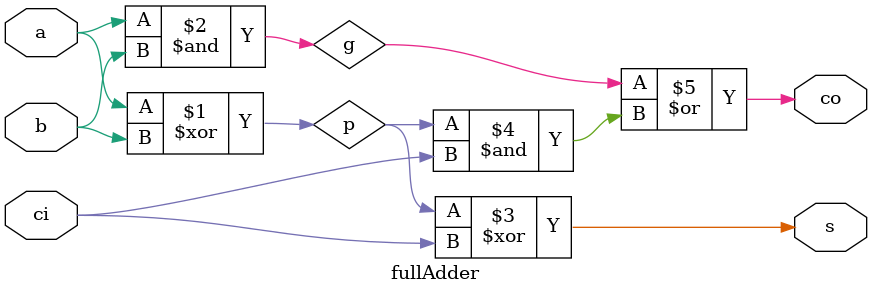
<source format=v>
/*
 * \file fullAdder.v 
 * \author Jorge Castro-Godinez <jorge.castro-godinez@kit.edu>
 * Chair for Embedded Systems (CES)
 * Karlsruhe Institute of Technology (KIT), Germany
 * Prof. Dr. Joerg Henkel
 *
 * \brief Verilog implementation of a full adder, with additional output of the propagation signal.
 */

module fullAdder (
		input a, 
		input b,
		input ci,
		output s,
		output co
	);

	wire g,p;

	// propagation signal
	xor (p,a,b);
	// generation signal
	and (g,a,b);

	// sum calculation
	assign s = p ^ ci;
	//carry output array calculation
	assign co = g | (p & ci);
endmodule

</source>
